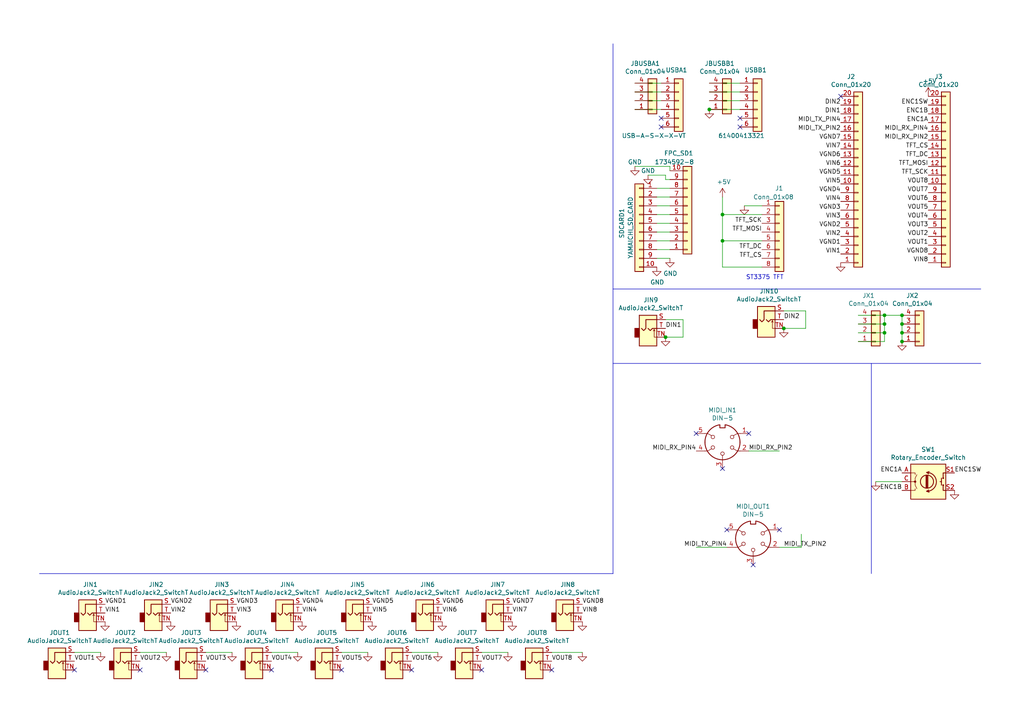
<source format=kicad_sch>
(kicad_sch (version 20230121) (generator eeschema)
  (paper "A4")
  (title_block (title "Teensy-eurorack lite") (rev "v0.1") (company "Moolet"))
  (lib_symbols
    (symbol "Connector:AudioJack2_SwitchT"
      (property "Reference" "J" (at 0 8.89 0))
      (property "Value" "Connector_AudioJack2_SwitchT" (at 0 6.35 0))
      (symbol "AudioJack2_SwitchT_0_1"
        (rectangle (start -2.54 0) (end -3.81 -2.54) (stroke (width 0.254)) (fill (type outline)))
        (polyline (pts (xy 1.778 -0.254) (xy 2.032 -0.762)))
        (polyline (pts (xy 0 0) (xy 0.635 -0.635) (xy 1.27 0) (xy 2.54 0)) (stroke (width 0.254)))
        (polyline (pts (xy 2.54 -2.54) (xy 1.778 -2.54) (xy 1.778 -0.254) (xy 1.524 -0.762)))
        (polyline (pts (xy 2.54 2.54) (xy -0.635 2.54) (xy -0.635 0) (xy -1.27 -0.635) (xy -1.905 0)) (stroke (width 0.254)))
        (rectangle (start 2.54 3.81) (end -2.54 -5.08) (stroke (width 0.254)) (fill (type background)))
      )
      (symbol "AudioJack2_SwitchT_1_1"
        (pin passive line (at 5.08 2.54 180) (length 2.54) (name "~") (number "S"))
        (pin passive line (at 5.08 0 180) (length 2.54) (name "~") (number "T"))
        (pin passive line (at 5.08 -2.54 180) (length 2.54) (name "~") (number "TN"))
      )
    )
    (symbol "Connector:DIN-5" (pin_names (offset 1.016))
      (property "Reference" "J" (at 3.175 5.715 0))
      (property "Value" "DIN-5" (at 0 -6.35 0))
      (symbol "DIN-5_0_1"
        (arc (start -5.08 0) (mid -3.8609 -3.3364) (end -0.762 -5.08) (stroke (width 0.254)))
        (circle (center -2.794 -1.524) (radius 0.508))
        (circle (center -2.794 1.524) (radius 0.508))
        (polyline (pts (xy 0 5.08) (xy 0 3.81)))
        (polyline (pts (xy -5.08 -2.54) (xy -4.318 -2.54) (xy -3.175 -1.905)))
        (polyline (pts (xy -5.08 2.54) (xy -4.318 2.54) (xy -3.175 1.905)))
        (polyline (pts (xy 5.08 -2.54) (xy 4.318 -2.54) (xy 3.175 -1.905)))
        (polyline (pts (xy 5.08 2.54) (xy 4.318 2.54) (xy 3.175 1.905)))
        (polyline (pts (xy -0.762 -4.953) (xy -0.762 -4.191) (xy 0.762 -4.191) (xy 0.762 -4.953)) (stroke (width 0.254)))
        (circle (center 0 3.302) (radius 0.508))
        (arc (start 0.762 -5.08) (mid 3.8685 -3.343) (end 5.08 0) (stroke (width 0.254)))
        (circle (center 2.794 -1.524) (radius 0.508))
        (circle (center 2.794 1.524) (radius 0.508))
        (arc (start 5.08 0) (mid 0 5.0579) (end -5.08 0) (stroke (width 0.254)))
      )
      (symbol "DIN-5_1_1"
        (pin passive line (at -7.62 -2.54 0) (length 2.54) (name "~") (number "1"))
        (pin passive line (at -7.62 2.54 0) (length 2.54) (name "~") (number "2"))
        (pin passive line (at 0 7.62 270) (length 2.54) (name "~") (number "3"))
        (pin passive line (at 7.62 2.54 180) (length 2.54) (name "~") (number "4"))
        (pin passive line (at 7.62 -2.54 180) (length 2.54) (name "~") (number "5"))
      )
    )
    (symbol "Connector_Generic:Conn_01x04" (pin_names (offset 1.016) hide)
      (property "Reference" "J" (at 0 5.08 0))
      (property "Value" "Conn_01x04" (at 0 -7.62 0))
      (symbol "Conn_01x04_1_1"
        (rectangle (start -1.27 -4.953) (end 0 -5.207) (stroke (width 0.1524)))
        (rectangle (start -1.27 -2.413) (end 0 -2.667) (stroke (width 0.1524)))
        (rectangle (start -1.27 0.127) (end 0 -0.127) (stroke (width 0.1524)))
        (rectangle (start -1.27 2.667) (end 0 2.413) (stroke (width 0.1524)))
        (rectangle (start -1.27 3.81) (end 1.27 -6.35) (stroke (width 0.254)) (fill (type background)))
        (pin passive line (at -5.08 2.54 0) (length 3.81) (name "Pin_1") (number "1"))
        (pin passive line (at -5.08 0 0) (length 3.81) (name "Pin_2") (number "2"))
        (pin passive line (at -5.08 -2.54 0) (length 3.81) (name "Pin_3") (number "3"))
        (pin passive line (at -5.08 -5.08 0) (length 3.81) (name "Pin_4") (number "4"))
      )
    )
    (symbol "Connector_Generic:Conn_01x06" (pin_names (offset 1.016) hide)
      (property "Reference" "J" (at 0 7.62 0))
      (property "Value" "Conn_01x06" (at 0 -10.16 0))
      (symbol "Conn_01x06_1_1"
        (rectangle (start -1.27 -7.493) (end 0 -7.747) (stroke (width 0.1524)))
        (rectangle (start -1.27 -4.953) (end 0 -5.207) (stroke (width 0.1524)))
        (rectangle (start -1.27 -2.413) (end 0 -2.667) (stroke (width 0.1524)))
        (rectangle (start -1.27 0.127) (end 0 -0.127) (stroke (width 0.1524)))
        (rectangle (start -1.27 2.667) (end 0 2.413) (stroke (width 0.1524)))
        (rectangle (start -1.27 5.207) (end 0 4.953) (stroke (width 0.1524)))
        (rectangle (start -1.27 6.35) (end 1.27 -8.89) (stroke (width 0.254)) (fill (type background)))
        (pin passive line (at -5.08 5.08 0) (length 3.81) (name "Pin_1") (number "1"))
        (pin passive line (at -5.08 2.54 0) (length 3.81) (name "Pin_2") (number "2"))
        (pin passive line (at -5.08 0 0) (length 3.81) (name "Pin_3") (number "3"))
        (pin passive line (at -5.08 -2.54 0) (length 3.81) (name "Pin_4") (number "4"))
        (pin passive line (at -5.08 -5.08 0) (length 3.81) (name "Pin_5") (number "5"))
        (pin passive line (at -5.08 -7.62 0) (length 3.81) (name "Pin_6") (number "6"))
      )
    )
    (symbol "Connector_Generic:Conn_01x08" (pin_names (offset 1.016) hide)
      (property "Reference" "J" (at 0 10.16 0))
      (property "Value" "Conn_01x08" (at 0 -12.7 0))
      (symbol "Conn_01x08_1_1"
        (rectangle (start -1.27 -10.033) (end 0 -10.287) (stroke (width 0.1524)))
        (rectangle (start -1.27 -7.493) (end 0 -7.747) (stroke (width 0.1524)))
        (rectangle (start -1.27 -4.953) (end 0 -5.207) (stroke (width 0.1524)))
        (rectangle (start -1.27 -2.413) (end 0 -2.667) (stroke (width 0.1524)))
        (rectangle (start -1.27 0.127) (end 0 -0.127) (stroke (width 0.1524)))
        (rectangle (start -1.27 2.667) (end 0 2.413) (stroke (width 0.1524)))
        (rectangle (start -1.27 5.207) (end 0 4.953) (stroke (width 0.1524)))
        (rectangle (start -1.27 7.747) (end 0 7.493) (stroke (width 0.1524)))
        (rectangle (start -1.27 8.89) (end 1.27 -11.43) (stroke (width 0.254)) (fill (type background)))
        (pin passive line (at -5.08 7.62 0) (length 3.81) (name "Pin_1") (number "1"))
        (pin passive line (at -5.08 5.08 0) (length 3.81) (name "Pin_2") (number "2"))
        (pin passive line (at -5.08 2.54 0) (length 3.81) (name "Pin_3") (number "3"))
        (pin passive line (at -5.08 0 0) (length 3.81) (name "Pin_4") (number "4"))
        (pin passive line (at -5.08 -2.54 0) (length 3.81) (name "Pin_5") (number "5"))
        (pin passive line (at -5.08 -5.08 0) (length 3.81) (name "Pin_6") (number "6"))
        (pin passive line (at -5.08 -7.62 0) (length 3.81) (name "Pin_7") (number "7"))
        (pin passive line (at -5.08 -10.16 0) (length 3.81) (name "Pin_8") (number "8"))
      )
    )
    (symbol "Connector_Generic:Conn_01x10" (pin_names (offset 1.016) hide)
      (property "Reference" "J" (at 0 12.7 0))
      (property "Value" "Conn_01x10" (at 0 -15.24 0))
      (symbol "Conn_01x10_1_1"
        (rectangle (start -1.27 -12.573) (end 0 -12.827) (stroke (width 0.1524)))
        (rectangle (start -1.27 -10.033) (end 0 -10.287) (stroke (width 0.1524)))
        (rectangle (start -1.27 -7.493) (end 0 -7.747) (stroke (width 0.1524)))
        (rectangle (start -1.27 -4.953) (end 0 -5.207) (stroke (width 0.1524)))
        (rectangle (start -1.27 -2.413) (end 0 -2.667) (stroke (width 0.1524)))
        (rectangle (start -1.27 0.127) (end 0 -0.127) (stroke (width 0.1524)))
        (rectangle (start -1.27 2.667) (end 0 2.413) (stroke (width 0.1524)))
        (rectangle (start -1.27 5.207) (end 0 4.953) (stroke (width 0.1524)))
        (rectangle (start -1.27 7.747) (end 0 7.493) (stroke (width 0.1524)))
        (rectangle (start -1.27 10.287) (end 0 10.033) (stroke (width 0.1524)))
        (rectangle (start -1.27 11.43) (end 1.27 -13.97) (stroke (width 0.254)) (fill (type background)))
        (pin passive line (at -5.08 10.16 0) (length 3.81) (name "Pin_1") (number "1"))
        (pin passive line (at -5.08 -12.7 0) (length 3.81) (name "Pin_10") (number "10"))
        (pin passive line (at -5.08 7.62 0) (length 3.81) (name "Pin_2") (number "2"))
        (pin passive line (at -5.08 5.08 0) (length 3.81) (name "Pin_3") (number "3"))
        (pin passive line (at -5.08 2.54 0) (length 3.81) (name "Pin_4") (number "4"))
        (pin passive line (at -5.08 0 0) (length 3.81) (name "Pin_5") (number "5"))
        (pin passive line (at -5.08 -2.54 0) (length 3.81) (name "Pin_6") (number "6"))
        (pin passive line (at -5.08 -5.08 0) (length 3.81) (name "Pin_7") (number "7"))
        (pin passive line (at -5.08 -7.62 0) (length 3.81) (name "Pin_8") (number "8"))
        (pin passive line (at -5.08 -10.16 0) (length 3.81) (name "Pin_9") (number "9"))
      )
    )
    (symbol "Connector_Generic:Conn_01x20" (pin_names (offset 1.016) hide)
      (property "Reference" "J" (at 0 25.4 0))
      (property "Value" "Conn_01x20" (at 0 -27.94 0))
      (symbol "Conn_01x20_1_1"
        (rectangle (start -1.27 -25.273) (end 0 -25.527) (stroke (width 0.1524)))
        (rectangle (start -1.27 -22.733) (end 0 -22.987) (stroke (width 0.1524)))
        (rectangle (start -1.27 -20.193) (end 0 -20.447) (stroke (width 0.1524)))
        (rectangle (start -1.27 -17.653) (end 0 -17.907) (stroke (width 0.1524)))
        (rectangle (start -1.27 -15.113) (end 0 -15.367) (stroke (width 0.1524)))
        (rectangle (start -1.27 -12.573) (end 0 -12.827) (stroke (width 0.1524)))
        (rectangle (start -1.27 -10.033) (end 0 -10.287) (stroke (width 0.1524)))
        (rectangle (start -1.27 -7.493) (end 0 -7.747) (stroke (width 0.1524)))
        (rectangle (start -1.27 -4.953) (end 0 -5.207) (stroke (width 0.1524)))
        (rectangle (start -1.27 -2.413) (end 0 -2.667) (stroke (width 0.1524)))
        (rectangle (start -1.27 0.127) (end 0 -0.127) (stroke (width 0.1524)))
        (rectangle (start -1.27 2.667) (end 0 2.413) (stroke (width 0.1524)))
        (rectangle (start -1.27 5.207) (end 0 4.953) (stroke (width 0.1524)))
        (rectangle (start -1.27 7.747) (end 0 7.493) (stroke (width 0.1524)))
        (rectangle (start -1.27 10.287) (end 0 10.033) (stroke (width 0.1524)))
        (rectangle (start -1.27 12.827) (end 0 12.573) (stroke (width 0.1524)))
        (rectangle (start -1.27 15.367) (end 0 15.113) (stroke (width 0.1524)))
        (rectangle (start -1.27 17.907) (end 0 17.653) (stroke (width 0.1524)))
        (rectangle (start -1.27 20.447) (end 0 20.193) (stroke (width 0.1524)))
        (rectangle (start -1.27 22.987) (end 0 22.733) (stroke (width 0.1524)))
        (rectangle (start -1.27 24.13) (end 1.27 -26.67) (stroke (width 0.254)) (fill (type background)))
        (pin passive line (at -5.08 22.86 0) (length 3.81) (name "Pin_1") (number "1"))
        (pin passive line (at -5.08 0 0) (length 3.81) (name "Pin_10") (number "10"))
        (pin passive line (at -5.08 -2.54 0) (length 3.81) (name "Pin_11") (number "11"))
        (pin passive line (at -5.08 -5.08 0) (length 3.81) (name "Pin_12") (number "12"))
        (pin passive line (at -5.08 -7.62 0) (length 3.81) (name "Pin_13") (number "13"))
        (pin passive line (at -5.08 -10.16 0) (length 3.81) (name "Pin_14") (number "14"))
        (pin passive line (at -5.08 -12.7 0) (length 3.81) (name "Pin_15") (number "15"))
        (pin passive line (at -5.08 -15.24 0) (length 3.81) (name "Pin_16") (number "16"))
        (pin passive line (at -5.08 -17.78 0) (length 3.81) (name "Pin_17") (number "17"))
        (pin passive line (at -5.08 -20.32 0) (length 3.81) (name "Pin_18") (number "18"))
        (pin passive line (at -5.08 -22.86 0) (length 3.81) (name "Pin_19") (number "19"))
        (pin passive line (at -5.08 20.32 0) (length 3.81) (name "Pin_2") (number "2"))
        (pin passive line (at -5.08 -25.4 0) (length 3.81) (name "Pin_20") (number "20"))
        (pin passive line (at -5.08 17.78 0) (length 3.81) (name "Pin_3") (number "3"))
        (pin passive line (at -5.08 15.24 0) (length 3.81) (name "Pin_4") (number "4"))
        (pin passive line (at -5.08 12.7 0) (length 3.81) (name "Pin_5") (number "5"))
        (pin passive line (at -5.08 10.16 0) (length 3.81) (name "Pin_6") (number "6"))
        (pin passive line (at -5.08 7.62 0) (length 3.81) (name "Pin_7") (number "7"))
        (pin passive line (at -5.08 5.08 0) (length 3.81) (name "Pin_8") (number "8"))
        (pin passive line (at -5.08 2.54 0) (length 3.81) (name "Pin_9") (number "9"))
      )
    )
    (symbol "Device:Rotary_Encoder_Switch" (pin_names (offset 0.254) hide)
      (property "Reference" "SW" (at 0 6.604 0))
      (property "Value" "Device_Rotary_Encoder_Switch" (at 0 -6.604 0))
      (symbol "Rotary_Encoder_Switch_0_1"
        (rectangle (start -5.08 5.08) (end 5.08 -5.08) (stroke (width 0.254)) (fill (type background)))
        (circle (center -3.81 0) (radius 0.254) (fill (type outline)))
        (arc (start -0.381 -2.794) (mid 2.3622 -0.0508) (end -0.381 2.667) (stroke (width 0.254)))
        (circle (center -0.381 0) (radius 1.905) (stroke (width 0.254)))
        (polyline (pts (xy -0.635 -1.778) (xy -0.635 1.778)) (stroke (width 0.254)))
        (polyline (pts (xy -0.381 -1.778) (xy -0.381 1.778)) (stroke (width 0.254)))
        (polyline (pts (xy -0.127 1.778) (xy -0.127 -1.778)) (stroke (width 0.254)))
        (polyline (pts (xy 3.81 0) (xy 3.429 0)) (stroke (width 0.254)))
        (polyline (pts (xy 3.81 1.016) (xy 3.81 -1.016)) (stroke (width 0.254)))
        (polyline (pts (xy -5.08 -2.54) (xy -3.81 -2.54) (xy -3.81 -2.032)))
        (polyline (pts (xy -5.08 2.54) (xy -3.81 2.54) (xy -3.81 2.032)))
        (polyline (pts (xy 0.254 -3.048) (xy -0.508 -2.794) (xy 0.127 -2.413)) (stroke (width 0.254)))
        (polyline (pts (xy 0.254 2.921) (xy -0.508 2.667) (xy 0.127 2.286)) (stroke (width 0.254)))
        (polyline (pts (xy 5.08 -2.54) (xy 4.318 -2.54) (xy 4.318 -1.016)) (stroke (width 0.254)))
        (polyline (pts (xy 5.08 2.54) (xy 4.318 2.54) (xy 4.318 1.016)) (stroke (width 0.254)))
        (polyline (pts (xy -5.08 0) (xy -3.81 0) (xy -3.81 -1.016) (xy -3.302 -2.032)))
        (polyline (pts (xy -4.318 0) (xy -3.81 0) (xy -3.81 1.016) (xy -3.302 2.032)))
        (circle (center 4.318 -1.016) (radius 0.127) (stroke (width 0.254)))
        (circle (center 4.318 1.016) (radius 0.127) (stroke (width 0.254)))
      )
      (symbol "Rotary_Encoder_Switch_1_1"
        (pin passive line (at -7.62 2.54 0) (length 2.54) (name "A") (number "A"))
        (pin passive line (at -7.62 -2.54 0) (length 2.54) (name "B") (number "B"))
        (pin passive line (at -7.62 0 0) (length 2.54) (name "C") (number "C"))
        (pin passive line (at 7.62 2.54 180) (length 2.54) (name "S1") (number "S1"))
        (pin passive line (at 7.62 -2.54 180) (length 2.54) (name "S2") (number "S2"))
      )
    )
    (symbol "power:+5V" (power) (pin_names (offset 0))
      (property "Value" "+5V" (at 0 3.556 0))
      (symbol "+5V_0_1"
        (polyline (pts (xy -0.762 1.27) (xy 0 2.54)))
        (polyline (pts (xy 0 0) (xy 0 2.54)))
        (polyline (pts (xy 0 2.54) (xy 0.762 1.27)))
      )
      (symbol "+5V_1_1"
        (pin power_in line (at 0 0 90) (length 0) hide (name "+5V") (number "1"))
      )
    )
    (symbol "power:GND" (power) (pin_names (offset 0))
      (property "Value" "GND" (at 0 -3.81 0))
      (symbol "GND_0_1"
        (polyline (pts (xy 0 0) (xy 0 -1.27) (xy 1.27 -1.27) (xy 0 -2.54) (xy -1.27 -1.27) (xy 0 -1.27)))
      )
      (symbol "GND_1_1"
        (pin power_in line (at 0 0 270) (length 0) hide (name "GND") (number "1"))
      )
    )
  )
  (junction (at 261.62 93.98))
  (junction (at 261.62 99.06))
  (junction (at 261.62 96.52))
  (junction (at 209.55 62.23))
  (junction (at 261.62 91.44))
  (junction (at 227.33 95.25))
  (junction (at 256.54 96.52))
  (junction (at 193.04 97.79))
  (junction (at 209.55 69.85))
  (junction (at 205.74 31.75))
  (junction (at 256.54 91.44))
  (junction (at 256.54 93.98))
  (no_connect (at 78.74 194.31))
  (no_connect (at 139.7 194.31))
  (no_connect (at 210.82 153.67))
  (no_connect (at 119.38 194.31))
  (no_connect (at 160.02 194.31))
  (no_connect (at 218.44 163.83))
  (no_connect (at 191.77 36.83))
  (no_connect (at 59.69 194.31))
  (no_connect (at 226.06 153.67))
  (no_connect (at 214.63 36.83))
  (no_connect (at 21.59 194.31))
  (no_connect (at 191.77 34.29))
  (no_connect (at 217.17 125.73))
  (no_connect (at 209.55 135.89))
  (no_connect (at 40.64 194.31))
  (no_connect (at 99.06 194.31))
  (no_connect (at 243.84 27.94))
  (no_connect (at 214.63 34.29))
  (no_connect (at 201.93 125.73))
  (wire (pts (xy 205.74 29.21) (xy 214.63 29.21)))
  (wire (pts (xy 193.04 52.07) (xy 194.31 52.07)))
  (wire (pts (xy 232.41 158.75) (xy 232.41 154.94)))
  (wire (pts (xy 187.96 50.8) (xy 193.04 50.8)))
  (wire (pts (xy 40.64 189.23) (xy 48.26 189.23)))
  (wire (pts (xy 139.7 189.23) (xy 147.32 189.23)))
  (wire (pts (xy 198.12 97.79) (xy 193.04 97.79)))
  (wire (pts (xy 215.9 59.69) (xy 220.98 59.69)))
  (wire (pts (xy 184.15 24.13) (xy 191.77 24.13)))
  (polyline (pts (xy 177.8 83.82) (xy 284.48 83.82)))
  (wire (pts (xy 205.74 24.13) (xy 214.63 24.13)))
  (wire (pts (xy 184.15 26.67) (xy 191.77 26.67)))
  (wire (pts (xy 226.06 158.75) (xy 232.41 158.75)))
  (wire (pts (xy 261.62 96.52) (xy 261.62 93.98)))
  (wire (pts (xy 194.31 62.23) (xy 190.5 62.23)))
  (wire (pts (xy 256.54 96.52) (xy 256.54 93.98)))
  (wire (pts (xy 193.04 92.71) (xy 198.12 92.71)))
  (wire (pts (xy 233.68 95.25) (xy 227.33 95.25)))
  (wire (pts (xy 209.55 69.85) (xy 209.55 77.47)))
  (wire (pts (xy 209.55 57.15) (xy 209.55 62.23)))
  (wire (pts (xy 193.04 50.8) (xy 193.04 52.07)))
  (wire (pts (xy 261.62 91.44) (xy 261.62 93.98)))
  (wire (pts (xy 59.69 189.23) (xy 67.31 189.23)))
  (wire (pts (xy 99.06 189.23) (xy 106.68 189.23)))
  (wire (pts (xy 160.02 189.23) (xy 168.91 189.23)))
  (polyline (pts (xy 177.8 166.37) (xy 11.43 166.37)))
  (wire (pts (xy 184.15 48.26) (xy 194.31 48.26)))
  (wire (pts (xy 184.15 31.75) (xy 191.77 31.75)))
  (wire (pts (xy 21.59 189.23) (xy 29.21 189.23)))
  (polyline (pts (xy 177.8 105.41) (xy 284.48 105.41)))
  (wire (pts (xy 248.92 93.98) (xy 256.54 93.98)))
  (wire (pts (xy 209.55 69.85) (xy 220.98 69.85)))
  (wire (pts (xy 184.15 29.21) (xy 191.77 29.21)))
  (polyline (pts (xy 472.44 408.94) (xy 473.71 408.94)))
  (wire (pts (xy 210.82 158.75) (xy 201.93 158.75)))
  (wire (pts (xy 190.5 69.85) (xy 194.31 69.85)))
  (wire (pts (xy 190.5 59.69) (xy 194.31 59.69)))
  (wire (pts (xy 194.31 72.39) (xy 190.5 72.39)))
  (wire (pts (xy 248.92 99.06) (xy 256.54 99.06)))
  (wire (pts (xy 194.31 48.26) (xy 194.31 49.53)))
  (wire (pts (xy 198.12 92.71) (xy 198.12 97.79)))
  (polyline (pts (xy 407.67 162.56) (xy 407.67 166.37)))
  (wire (pts (xy 256.54 91.44) (xy 256.54 93.98)))
  (wire (pts (xy 190.5 74.93) (xy 194.31 74.93)))
  (wire (pts (xy 209.55 62.23) (xy 220.98 62.23)))
  (polyline (pts (xy 201.93 242.57) (xy 203.2 242.57)))
  (wire (pts (xy 78.74 189.23) (xy 86.36 189.23)))
  (wire (pts (xy 194.31 57.15) (xy 190.5 57.15)))
  (wire (pts (xy 248.92 96.52) (xy 256.54 96.52)))
  (wire (pts (xy 227.33 90.17) (xy 233.68 90.17)))
  (wire (pts (xy 205.74 26.67) (xy 214.63 26.67)))
  (wire (pts (xy 248.92 91.44) (xy 256.54 91.44)))
  (wire (pts (xy 190.5 54.61) (xy 194.31 54.61)))
  (wire (pts (xy 254 139.7) (xy 261.62 139.7)))
  (wire (pts (xy 261.62 99.06) (xy 261.62 96.52)))
  (polyline (pts (xy 252.73 105.41) (xy 252.73 166.37)))
  (wire (pts (xy 205.74 31.75) (xy 214.63 31.75)))
  (wire (pts (xy 190.5 64.77) (xy 194.31 64.77)))
  (wire (pts (xy 233.68 90.17) (xy 233.68 95.25)))
  (wire (pts (xy 194.31 67.31) (xy 190.5 67.31)))
  (wire (pts (xy 209.55 62.23) (xy 209.55 69.85)))
  (polyline (pts (xy 177.8 12.7) (xy 177.8 166.37)))
  (polyline (pts (xy 443.23 186.69) (xy 443.23 190.5)))
  (wire (pts (xy 209.55 77.47) (xy 220.98 77.47)))
  (wire (pts (xy 256.54 99.06) (xy 256.54 96.52)))
  (wire (pts (xy 119.38 189.23) (xy 127 189.23)))
  (wire (pts (xy 217.17 130.81) (xy 226.06 130.81)))
  (wire (pts (xy 256.54 91.44) (xy 261.62 91.44)))
  (text "ST3375 TFT" (at 227.33 81.28 0) (effects (font (size 1.2446 1.2446)) (justify right bottom)))
  (label "MIDI_RX_PIN2" (at 269.24 40.64 180) (effects (font (size 1.2446 1.2446))))
  (label "VOUT4" (at 269.24 63.5 180) (effects (font (size 1.2446 1.2446))))
  (label "ENC1A" (at 261.62 137.16 180))
  (label "TFT_DC" (at 220.98 72.39 180) (effects (font (size 1.2446 1.2446))))
  (label "MIDI_RX_PIN4" (at 269.24 38.1 180) (effects (font (size 1.2446 1.2446))))
  (label "DIN2" (at 227.33 92.71 0))
  (label "VIN7" (at 243.84 43.18 180) (effects (font (size 1.2446 1.2446))))
  (label "VIN4" (at 87.63 177.8 0) (effects (font (size 1.2446 1.2446))))
  (label "TFT_MOSI" (at 220.98 67.31 180) (effects (font (size 1.2446 1.2446))))
  (label "TFT_CS" (at 269.24 43.18 180) (effects (font (size 1.2446 1.2446))))
  (label "VOUT2" (at 40.64 191.77 0) (effects (font (size 1.2446 1.2446))))
  (label "VIN2" (at 49.53 177.8 0) (effects (font (size 1.2446 1.2446))))
  (label "VOUT8" (at 269.24 53.34 180) (effects (font (size 1.2446 1.2446))))
  (label "VIN5" (at 107.95 177.8 0) (effects (font (size 1.2446 1.2446))))
  (label "VIN3" (at 243.84 63.5 180) (effects (font (size 1.2446 1.2446))))
  (label "VIN8" (at 168.91 177.8 0) (effects (font (size 1.2446 1.2446))))
  (label "VIN6" (at 243.84 48.26 180) (effects (font (size 1.2446 1.2446))))
  (label "ENC1SW" (at 269.24 30.48 180))
  (label "MIDI_RX_PIN2" (at 217.17 130.81 0) (effects (font (size 1.2446 1.2446))))
  (label "VIN7" (at 148.59 177.8 0) (effects (font (size 1.2446 1.2446))))
  (label "VOUT1" (at 21.59 191.77 0) (effects (font (size 1.2446 1.2446))))
  (label "VOUT3" (at 59.69 191.77 0) (effects (font (size 1.2446 1.2446))))
  (label "MIDI_TX_PIN2" (at 243.84 38.1 180) (effects (font (size 1.2446 1.2446))))
  (label "TFT_SCK" (at 269.24 50.8 180) (effects (font (size 1.2446 1.2446))))
  (label "VIN1" (at 243.84 73.66 180) (effects (font (size 1.2446 1.2446))))
  (label "TFT_SCK" (at 220.98 64.77 180) (effects (font (size 1.2446 1.2446))))
  (label "VOUT5" (at 99.06 191.77 0) (effects (font (size 1.2446 1.2446))))
  (label "VGND3" (at 68.58 175.26 0) (effects (font (size 1.2446 1.2446))))
  (label "VGND5" (at 107.95 175.26 0) (effects (font (size 1.2446 1.2446))))
  (label "VIN6" (at 128.27 177.8 0) (effects (font (size 1.2446 1.2446))))
  (label "VOUT2" (at 269.24 68.58 180) (effects (font (size 1.2446 1.2446))))
  (label "MIDI_TX_PIN4" (at 243.84 35.56 180) (effects (font (size 1.2446 1.2446))))
  (label "VGND4" (at 243.84 55.88 180) (effects (font (size 1.2446 1.2446))))
  (label "VOUT4" (at 78.74 191.77 0) (effects (font (size 1.2446 1.2446))))
  (label "DIN2" (at 243.84 30.48 180))
  (label "VGND7" (at 243.84 40.64 180) (effects (font (size 1.2446 1.2446))))
  (label "VGND6" (at 243.84 45.72 180) (effects (font (size 1.2446 1.2446))))
  (label "VOUT6" (at 119.38 191.77 0) (effects (font (size 1.2446 1.2446))))
  (label "VIN1" (at 30.48 177.8 0) (effects (font (size 1.2446 1.2446))))
  (label "DIN1" (at 243.84 33.02 180))
  (label "VGND5" (at 243.84 50.8 180) (effects (font (size 1.2446 1.2446))))
  (label "VOUT1" (at 269.24 71.12 180) (effects (font (size 1.2446 1.2446))))
  (label "DIN1" (at 193.04 95.25 0))
  (label "VGND4" (at 87.63 175.26 0) (effects (font (size 1.2446 1.2446))))
  (label "ENC1SW" (at 276.86 137.16 0))
  (label "VGND6" (at 128.27 175.26 0) (effects (font (size 1.2446 1.2446))))
  (label "VIN5" (at 243.84 53.34 180) (effects (font (size 1.2446 1.2446))))
  (label "VIN2" (at 243.84 68.58 180) (effects (font (size 1.2446 1.2446))))
  (label "VGND8" (at 168.91 175.26 0) (effects (font (size 1.2446 1.2446))))
  (label "TFT_DC" (at 269.24 45.72 180) (effects (font (size 1.2446 1.2446))))
  (label "VOUT7" (at 139.7 191.77 0) (effects (font (size 1.2446 1.2446))))
  (label "VGND1" (at 30.48 175.26 0) (effects (font (size 1.2446 1.2446))))
  (label "VOUT8" (at 160.02 191.77 0) (effects (font (size 1.2446 1.2446))))
  (label "MIDI_RX_PIN4" (at 201.93 130.81 180) (effects (font (size 1.2446 1.2446))))
  (label "VIN3" (at 68.58 177.8 0) (effects (font (size 1.2446 1.2446))))
  (label "VOUT5" (at 269.24 60.96 180) (effects (font (size 1.2446 1.2446))))
  (label "TFT_CS" (at 220.98 74.93 180) (effects (font (size 1.2446 1.2446))))
  (label "VGND2" (at 243.84 66.04 180) (effects (font (size 1.2446 1.2446))))
  (label "VIN8" (at 269.24 76.2 180) (effects (font (size 1.2446 1.2446))))
  (label "VGND3" (at 243.84 60.96 180) (effects (font (size 1.2446 1.2446))))
  (label "ENC1B" (at 269.24 33.02 180))
  (label "VIN4" (at 243.84 58.42 180) (effects (font (size 1.2446 1.2446))))
  (label "VOUT3" (at 269.24 66.04 180) (effects (font (size 1.2446 1.2446))))
  (label "MIDI_TX_PIN2" (at 227.33 158.75 0) (effects (font (size 1.2446 1.2446))))
  (label "VGND8" (at 269.24 73.66 180) (effects (font (size 1.2446 1.2446))))
  (label "VGND2" (at 49.53 175.26 0) (effects (font (size 1.2446 1.2446))))
  (label "ENC1B" (at 261.62 142.24 180))
  (label "VOUT6" (at 269.24 58.42 180) (effects (font (size 1.2446 1.2446))))
  (label "VOUT7" (at 269.24 55.88 180) (effects (font (size 1.2446 1.2446))))
  (label "ENC1A" (at 269.24 35.56 180))
  (label "MIDI_TX_PIN4" (at 210.82 158.75 180) (effects (font (size 1.2446 1.2446))))
  (label "VGND7" (at 148.59 175.26 0) (effects (font (size 1.2446 1.2446))))
  (label "TFT_MOSI" (at 269.24 48.26 180) (effects (font (size 1.2446 1.2446))))
  (label "VGND1" (at 243.84 71.12 180) (effects (font (size 1.2446 1.2446))))
  (symbol (lib_id "Connector_Generic:Conn_01x10") (at 199.39 62.23 0) (mirror x) (unit 1)
    (property "Reference" "FPC_SD1" (at 196.85 44.45 0))
    (property "Value" "1734592-8" (at 195.58 46.99 0))
    (property "Footprint" "footprints:HFW8R-1STE1LF" (effects hide))
  )
  (symbol (lib_id "Connector_Generic:Conn_01x10") (at 185.42 64.77 0) (mirror y) (unit 1)
    (property "Reference" "SDCARD1" (at 180.34 64.77 90))
    (property "Value" "YAMAICHI_SD_CARD" (at 182.88 66.04 90))
    (property "Footprint" "footprints:YAMAICHI_MICROSD_VERTICAL" (effects hide))
  )
  (symbol (lib_id "power:GND") (at 190.5 77.47 0) (unit 1)
    (property "Reference" "#PWR0144" (effects hide))
    (property "Value" "GND" (at 190.627 81.8642 0))
  )
  (symbol (lib_id "power:GND") (at 194.31 74.93 0) (unit 1)
    (property "Reference" "#PWR0145" (effects hide))
    (property "Value" "GND" (at 194.437 79.3242 0))
  )
  (symbol (lib_id "power:GND") (at 184.15 48.26 0) (unit 1)
    (property "Reference" "#PWR0146" (effects hide))
    (property "Value" "GND" (at 184.15 46.99 0))
  )
  (symbol (lib_id "power:GND") (at 187.96 50.8 0) (unit 1)
    (property "Reference" "#PWR0147" (effects hide))
    (property "Value" "GND" (at 187.96 49.53 0))
  )
  (symbol (lib_id "Connector:DIN-5") (at 209.55 128.27 180) (unit 1)
    (property "Reference" "MIDI_IN1" (at 209.55 118.9482 0))
    (property "Value" "DIN-5" (at 209.55 121.2596 0))
    (property "Footprint" "footprints:OG-MIDI_SD-50BV" (effects hide))
    (property "Datasheet" "http://www.mouser.com/ds/2/18/40_c091_abd_e-75918.pdf" (effects hide))
  )
  (symbol (lib_id "Connector:DIN-5") (at 218.44 156.21 180) (unit 1)
    (property "Reference" "MIDI_OUT1" (at 218.44 146.8882 0))
    (property "Value" "DIN-5" (at 218.44 149.1996 0))
    (property "Footprint" "footprints:OG-MIDI_SD-50BV" (effects hide))
    (property "Datasheet" "http://www.mouser.com/ds/2/18/40_c091_abd_e-75918.pdf" (effects hide))
  )
  (symbol (lib_id "Connector_Generic:Conn_01x04") (at 189.23 29.21 0) (mirror x) (unit 1)
    (property "Reference" "JBUSBA1" (at 187.1472 18.415 0))
    (property "Value" "Conn_01x04" (at 187.1472 20.7264 0))
    (property "Footprint" "Connector_PinSocket_2.54mm:PinSocket_1x04_P2.54mm_Vertical" (effects hide))
  )
  (symbol (lib_id "Connector_Generic:Conn_01x04") (at 210.82 29.21 0) (mirror x) (unit 1)
    (property "Reference" "JBUSBB1" (at 208.7372 18.415 0))
    (property "Value" "Conn_01x04" (at 208.7372 20.7264 0))
    (property "Footprint" "Connector_PinSocket_2.54mm:PinSocket_1x04_P2.54mm_Vertical" (effects hide))
  )
  (symbol (lib_id "Connector_Generic:Conn_01x06") (at 196.85 29.21 0) (unit 1)
    (property "Reference" "USBA1" (at 193.04 20.32 0) (effects (justify left)))
    (property "Value" "USB-A-S-X-X-VT" (at 180.34 39.37 0) (effects (justify left)))
    (property "Footprint" "footprints:USB-A-S-X-X-VT" (effects hide))
  )
  (symbol (lib_id "Connector_Generic:Conn_01x06") (at 219.71 29.21 0) (unit 1)
    (property "Reference" "USBB1" (at 215.9 20.32 0) (effects (justify left)))
    (property "Value" "61400413321" (at 208.28 39.37 0) (effects (justify left)))
    (property "Footprint" "footprints:WURTH_ELECTRONICS_61400413321_0" (effects hide))
  )
  (symbol (lib_id "Connector_Generic:Conn_01x04") (at 254 96.52 0) (mirror x) (unit 1)
    (property "Reference" "JX1" (at 251.9172 85.725 0))
    (property "Value" "Conn_01x04" (at 251.9172 88.0364 0))
    (property "Footprint" "Connector_PinSocket_2.54mm:PinSocket_1x04_P2.54mm_Vertical" (effects hide))
  )
  (symbol (lib_id "Connector_Generic:Conn_01x04") (at 266.7 96.52 0) (mirror x) (unit 1)
    (property "Reference" "JX2" (at 264.6172 85.725 0))
    (property "Value" "Conn_01x04" (at 264.6172 88.0364 0))
    (property "Footprint" "Connector_PinSocket_2.54mm:PinSocket_1x04_P2.54mm_Vertical" (effects hide))
  )
  (symbol (lib_id "power:GND") (at 261.62 99.06 0) (mirror y) (unit 1)
    (property "Reference" "#PWR05" (effects hide))
    (property "Value" "GND" (effects hide))
  )
  (symbol (lib_id "power:GND") (at 205.74 31.75 0) (mirror y) (unit 1)
    (property "Reference" "#PWR0156" (effects hide))
    (property "Value" "GND" (effects hide))
  )
  (symbol (lib_id "Connector:AudioJack2_SwitchT") (at 187.96 95.25 0) (unit 1)
    (property "Reference" "JIN9" (at 188.7728 86.995 0))
    (property "Value" "AudioJack2_SwitchT" (at 188.7728 89.3064 0))
    (property "Footprint" "footprints:WQP-PJ301M-12_JACK" (effects hide))
  )
  (symbol (lib_id "Connector:AudioJack2_SwitchT") (at 222.25 92.71 0) (unit 1)
    (property "Reference" "JIN10" (at 223.0628 84.455 0))
    (property "Value" "AudioJack2_SwitchT" (at 223.0628 86.7664 0))
    (property "Footprint" "footprints:WQP-PJ301M-12_JACK" (effects hide))
  )
  (symbol (lib_id "Device:Rotary_Encoder_Switch") (at 269.24 139.7 0) (unit 1)
    (property "Reference" "SW1" (at 269.24 130.3782 0))
    (property "Value" "Rotary_Encoder_Switch" (at 269.24 132.6896 0))
    (property "Footprint" "Rotary_Encoder:RotaryEncoder_Alps_EC12E-Switch_Vertical_H20mm_CircularMountingHoles" (effects hide))
  )
  (symbol (lib_id "power:GND") (at 254 139.7 0) (mirror y) (unit 1)
    (property "Reference" "#PWR03" (effects hide))
    (property "Value" "GND" (effects hide))
  )
  (symbol (lib_id "power:GND") (at 276.86 142.24 0) (mirror y) (unit 1)
    (property "Reference" "#PWR04" (effects hide))
    (property "Value" "GND" (effects hide))
  )
  (symbol (lib_id "Connector_Generic:Conn_01x20") (at 248.92 53.34 0) (mirror x) (unit 1)
    (property "Reference" "J2" (at 246.8372 22.225 0))
    (property "Value" "Conn_01x20" (at 246.8372 24.5364 0))
    (property "Footprint" "Connector_PinSocket_2.54mm:PinSocket_1x20_P2.54mm_Vertical" (effects hide))
  )
  (symbol (lib_id "Connector_Generic:Conn_01x20") (at 274.32 53.34 0) (mirror x) (unit 1)
    (property "Reference" "J3" (at 272.2372 22.225 0))
    (property "Value" "Conn_01x20" (at 272.2372 24.5364 0))
    (property "Footprint" "Connector_PinSocket_2.54mm:PinSocket_1x20_P2.54mm_Vertical" (effects hide))
  )
  (symbol (lib_id "power:GND") (at 193.04 97.79 0) (mirror y) (unit 1)
    (property "Reference" "#PWR0101" (effects hide))
    (property "Value" "GND" (effects hide))
  )
  (symbol (lib_id "power:GND") (at 227.33 95.25 0) (mirror y) (unit 1)
    (property "Reference" "#PWR0102" (effects hide))
    (property "Value" "GND" (effects hide))
  )
  (symbol (lib_id "power:GND") (at 243.84 76.2 0) (mirror y) (unit 1)
    (property "Reference" "#PWR01" (effects hide))
    (property "Value" "GND" (effects hide))
  )
  (symbol (lib_id "power:+5V") (at 269.24 27.94 0) (unit 1)
    (property "Reference" "#PWR02" (effects hide))
    (property "Value" "+5V" (at 269.621 23.5458 0))
  )
  (symbol (lib_id "power:GND") (at 215.9 59.69 0) (unit 1)
    (property "Reference" "#PWR077" (effects hide))
    (property "Value" "GND" (effects hide))
  )
  (symbol (lib_id "power:+5V") (at 209.55 57.15 0) (unit 1)
    (property "Reference" "#PWR075" (effects hide))
    (property "Value" "+5V" (at 209.931 52.7558 0))
  )
  (symbol (lib_id "Connector_Generic:Conn_01x08") (at 226.06 67.31 0) (unit 1)
    (property "Reference" "J1" (at 224.79 54.61 0) (effects (justify left)))
    (property "Value" "Conn_01x08" (at 218.44 57.15 0) (effects (justify left)))
    (property "Footprint" "footprints:ST7735" (effects hide))
  )
  (symbol (lib_id "Connector:AudioJack2_SwitchT") (at 25.4 177.8 0) (unit 1)
    (property "Reference" "JIN1" (at 26.2128 169.545 0))
    (property "Value" "AudioJack2_SwitchT" (at 26.2128 171.8564 0))
    (property "Footprint" "footprints:WQP-PJ301M-12_JACK" (effects hide))
  )
  (symbol (lib_id "Connector:AudioJack2_SwitchT") (at 44.45 177.8 0) (unit 1)
    (property "Reference" "JIN2" (at 45.2628 169.545 0))
    (property "Value" "AudioJack2_SwitchT" (at 45.2628 171.8564 0))
    (property "Footprint" "footprints:WQP-PJ301M-12_JACK" (effects hide))
  )
  (symbol (lib_id "Connector:AudioJack2_SwitchT") (at 63.5 177.8 0) (unit 1)
    (property "Reference" "JIN3" (at 64.3128 169.545 0))
    (property "Value" "AudioJack2_SwitchT" (at 64.3128 171.8564 0))
    (property "Footprint" "footprints:WQP-PJ301M-12_JACK" (effects hide))
  )
  (symbol (lib_id "Connector:AudioJack2_SwitchT") (at 82.55 177.8 0) (unit 1)
    (property "Reference" "JIN4" (at 83.3628 169.545 0))
    (property "Value" "AudioJack2_SwitchT" (at 83.3628 171.8564 0))
    (property "Footprint" "footprints:WQP-PJ301M-12_JACK" (effects hide))
  )
  (symbol (lib_id "Connector:AudioJack2_SwitchT") (at 102.87 177.8 0) (unit 1)
    (property "Reference" "JIN5" (at 103.6828 169.545 0))
    (property "Value" "AudioJack2_SwitchT" (at 103.6828 171.8564 0))
    (property "Footprint" "footprints:WQP-PJ301M-12_JACK" (effects hide))
  )
  (symbol (lib_id "Connector:AudioJack2_SwitchT") (at 123.19 177.8 0) (unit 1)
    (property "Reference" "JIN6" (at 124.0028 169.545 0))
    (property "Value" "AudioJack2_SwitchT" (at 124.0028 171.8564 0))
    (property "Footprint" "footprints:WQP-PJ301M-12_JACK" (effects hide))
  )
  (symbol (lib_id "Connector:AudioJack2_SwitchT") (at 143.51 177.8 0) (unit 1)
    (property "Reference" "JIN7" (at 144.3228 169.545 0))
    (property "Value" "AudioJack2_SwitchT" (at 144.3228 171.8564 0))
    (property "Footprint" "footprints:WQP-PJ301M-12_JACK" (effects hide))
  )
  (symbol (lib_id "Connector:AudioJack2_SwitchT") (at 163.83 177.8 0) (unit 1)
    (property "Reference" "JIN8" (at 164.6428 169.545 0))
    (property "Value" "AudioJack2_SwitchT" (at 164.6428 171.8564 0))
    (property "Footprint" "footprints:WQP-PJ301M-12_JACK" (effects hide))
  )
  (symbol (lib_id "Connector:AudioJack2_SwitchT") (at 16.51 191.77 0) (unit 1)
    (property "Reference" "JOUT1" (at 17.3228 183.515 0))
    (property "Value" "AudioJack2_SwitchT" (at 17.3228 185.8264 0))
    (property "Footprint" "footprints:WQP-PJ301M-12_JACK" (effects hide))
  )
  (symbol (lib_id "Connector:AudioJack2_SwitchT") (at 35.56 191.77 0) (unit 1)
    (property "Reference" "JOUT2" (at 36.3728 183.515 0))
    (property "Value" "AudioJack2_SwitchT" (at 36.3728 185.8264 0))
    (property "Footprint" "footprints:WQP-PJ301M-12_JACK" (effects hide))
  )
  (symbol (lib_id "Connector:AudioJack2_SwitchT") (at 54.61 191.77 0) (unit 1)
    (property "Reference" "JOUT3" (at 55.4228 183.515 0))
    (property "Value" "AudioJack2_SwitchT" (at 55.4228 185.8264 0))
    (property "Footprint" "footprints:WQP-PJ301M-12_JACK" (effects hide))
  )
  (symbol (lib_id "Connector:AudioJack2_SwitchT") (at 73.66 191.77 0) (unit 1)
    (property "Reference" "JOUT4" (at 74.4728 183.515 0))
    (property "Value" "AudioJack2_SwitchT" (at 74.4728 185.8264 0))
    (property "Footprint" "footprints:WQP-PJ301M-12_JACK" (effects hide))
  )
  (symbol (lib_id "Connector:AudioJack2_SwitchT") (at 93.98 191.77 0) (unit 1)
    (property "Reference" "JOUT5" (at 94.7928 183.515 0))
    (property "Value" "AudioJack2_SwitchT" (at 94.7928 185.8264 0))
    (property "Footprint" "footprints:WQP-PJ301M-12_JACK" (effects hide))
  )
  (symbol (lib_id "Connector:AudioJack2_SwitchT") (at 114.3 191.77 0) (unit 1)
    (property "Reference" "JOUT6" (at 115.1128 183.515 0))
    (property "Value" "AudioJack2_SwitchT" (at 115.1128 185.8264 0))
    (property "Footprint" "footprints:WQP-PJ301M-12_JACK" (effects hide))
  )
  (symbol (lib_id "Connector:AudioJack2_SwitchT") (at 134.62 191.77 0) (unit 1)
    (property "Reference" "JOUT7" (at 135.4328 183.515 0))
    (property "Value" "AudioJack2_SwitchT" (at 135.4328 185.8264 0))
    (property "Footprint" "footprints:WQP-PJ301M-12_JACK" (effects hide))
  )
  (symbol (lib_id "Connector:AudioJack2_SwitchT") (at 154.94 191.77 0) (unit 1)
    (property "Reference" "JOUT8" (at 155.7528 183.515 0))
    (property "Value" "AudioJack2_SwitchT" (at 155.7528 185.8264 0))
    (property "Footprint" "footprints:WQP-PJ301M-12_JACK" (effects hide))
  )
  (symbol (lib_id "power:GND") (at 30.48 180.34 0) (unit 1)
    (property "Reference" "#PWR0106" (effects hide))
    (property "Value" "GND" (effects hide))
  )
  (symbol (lib_id "power:GND") (at 49.53 180.34 0) (unit 1)
    (property "Reference" "#PWR0107" (effects hide))
    (property "Value" "GND" (effects hide))
  )
  (symbol (lib_id "power:GND") (at 68.58 180.34 0) (unit 1)
    (property "Reference" "#PWR0108" (effects hide))
    (property "Value" "GND" (effects hide))
  )
  (symbol (lib_id "power:GND") (at 87.63 180.34 0) (unit 1)
    (property "Reference" "#PWR0109" (effects hide))
    (property "Value" "GND" (effects hide))
  )
  (symbol (lib_id "power:GND") (at 107.95 180.34 0) (unit 1)
    (property "Reference" "#PWR0110" (effects hide))
    (property "Value" "GND" (effects hide))
  )
  (symbol (lib_id "power:GND") (at 128.27 180.34 0) (unit 1)
    (property "Reference" "#PWR0111" (effects hide))
    (property "Value" "GND" (effects hide))
  )
  (symbol (lib_id "power:GND") (at 148.59 180.34 0) (unit 1)
    (property "Reference" "#PWR0112" (effects hide))
    (property "Value" "GND" (effects hide))
  )
  (symbol (lib_id "power:GND") (at 168.91 180.34 0) (unit 1)
    (property "Reference" "#PWR0113" (effects hide))
    (property "Value" "GND" (effects hide))
  )
  (symbol (lib_id "power:GND") (at 29.21 189.23 0) (unit 1)
    (property "Reference" "#PWR0114" (effects hide))
    (property "Value" "GND" (effects hide))
  )
  (symbol (lib_id "power:GND") (at 48.26 189.23 0) (unit 1)
    (property "Reference" "#PWR0115" (effects hide))
    (property "Value" "GND" (effects hide))
  )
  (symbol (lib_id "power:GND") (at 67.31 189.23 0) (unit 1)
    (property "Reference" "#PWR0116" (effects hide))
    (property "Value" "GND" (effects hide))
  )
  (symbol (lib_id "power:GND") (at 86.36 189.23 0) (unit 1)
    (property "Reference" "#PWR0117" (effects hide))
    (property "Value" "GND" (effects hide))
  )
  (symbol (lib_id "power:GND") (at 106.68 189.23 0) (unit 1)
    (property "Reference" "#PWR0118" (effects hide))
    (property "Value" "GND" (effects hide))
  )
  (symbol (lib_id "power:GND") (at 127 189.23 0) (unit 1)
    (property "Reference" "#PWR0119" (effects hide))
    (property "Value" "GND" (effects hide))
  )
  (symbol (lib_id "power:GND") (at 147.32 189.23 0) (unit 1)
    (property "Reference" "#PWR0120" (effects hide))
    (property "Value" "GND" (effects hide))
  )
  (symbol (lib_id "power:GND") (at 168.91 189.23 0) (unit 1)
    (property "Reference" "#PWR0121" (effects hide))
    (property "Value" "GND" (effects hide))
  )
)
</source>
